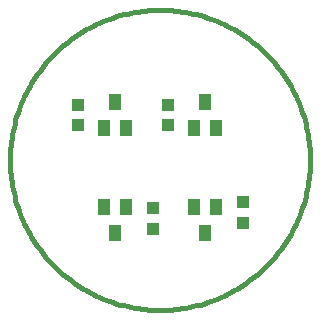
<source format=gtp>
G75*
%MOIN*%
%OFA0B0*%
%FSLAX25Y25*%
%IPPOS*%
%LPD*%
%AMOC8*
5,1,8,0,0,1.08239X$1,22.5*
%
%ADD10C,0.01600*%
%ADD11R,0.03937X0.05512*%
%ADD12R,0.03937X0.04331*%
D10*
X0046300Y0091300D02*
X0046315Y0092527D01*
X0046360Y0093753D01*
X0046435Y0094978D01*
X0046541Y0096201D01*
X0046676Y0097421D01*
X0046841Y0098637D01*
X0047036Y0099848D01*
X0047261Y0101055D01*
X0047515Y0102255D01*
X0047798Y0103449D01*
X0048111Y0104636D01*
X0048453Y0105814D01*
X0048824Y0106984D01*
X0049223Y0108144D01*
X0049650Y0109295D01*
X0050106Y0110434D01*
X0050590Y0111562D01*
X0051101Y0112678D01*
X0051639Y0113781D01*
X0052204Y0114870D01*
X0052796Y0115945D01*
X0053414Y0117005D01*
X0054057Y0118050D01*
X0054727Y0119079D01*
X0055421Y0120090D01*
X0056140Y0121085D01*
X0056883Y0122062D01*
X0057649Y0123020D01*
X0058440Y0123959D01*
X0059252Y0124878D01*
X0060088Y0125777D01*
X0060945Y0126655D01*
X0061823Y0127512D01*
X0062722Y0128348D01*
X0063641Y0129160D01*
X0064580Y0129951D01*
X0065538Y0130717D01*
X0066515Y0131460D01*
X0067510Y0132179D01*
X0068521Y0132873D01*
X0069550Y0133543D01*
X0070595Y0134186D01*
X0071655Y0134804D01*
X0072730Y0135396D01*
X0073819Y0135961D01*
X0074922Y0136499D01*
X0076038Y0137010D01*
X0077166Y0137494D01*
X0078305Y0137950D01*
X0079456Y0138377D01*
X0080616Y0138776D01*
X0081786Y0139147D01*
X0082964Y0139489D01*
X0084151Y0139802D01*
X0085345Y0140085D01*
X0086545Y0140339D01*
X0087752Y0140564D01*
X0088963Y0140759D01*
X0090179Y0140924D01*
X0091399Y0141059D01*
X0092622Y0141165D01*
X0093847Y0141240D01*
X0095073Y0141285D01*
X0096300Y0141300D01*
X0097527Y0141285D01*
X0098753Y0141240D01*
X0099978Y0141165D01*
X0101201Y0141059D01*
X0102421Y0140924D01*
X0103637Y0140759D01*
X0104848Y0140564D01*
X0106055Y0140339D01*
X0107255Y0140085D01*
X0108449Y0139802D01*
X0109636Y0139489D01*
X0110814Y0139147D01*
X0111984Y0138776D01*
X0113144Y0138377D01*
X0114295Y0137950D01*
X0115434Y0137494D01*
X0116562Y0137010D01*
X0117678Y0136499D01*
X0118781Y0135961D01*
X0119870Y0135396D01*
X0120945Y0134804D01*
X0122005Y0134186D01*
X0123050Y0133543D01*
X0124079Y0132873D01*
X0125090Y0132179D01*
X0126085Y0131460D01*
X0127062Y0130717D01*
X0128020Y0129951D01*
X0128959Y0129160D01*
X0129878Y0128348D01*
X0130777Y0127512D01*
X0131655Y0126655D01*
X0132512Y0125777D01*
X0133348Y0124878D01*
X0134160Y0123959D01*
X0134951Y0123020D01*
X0135717Y0122062D01*
X0136460Y0121085D01*
X0137179Y0120090D01*
X0137873Y0119079D01*
X0138543Y0118050D01*
X0139186Y0117005D01*
X0139804Y0115945D01*
X0140396Y0114870D01*
X0140961Y0113781D01*
X0141499Y0112678D01*
X0142010Y0111562D01*
X0142494Y0110434D01*
X0142950Y0109295D01*
X0143377Y0108144D01*
X0143776Y0106984D01*
X0144147Y0105814D01*
X0144489Y0104636D01*
X0144802Y0103449D01*
X0145085Y0102255D01*
X0145339Y0101055D01*
X0145564Y0099848D01*
X0145759Y0098637D01*
X0145924Y0097421D01*
X0146059Y0096201D01*
X0146165Y0094978D01*
X0146240Y0093753D01*
X0146285Y0092527D01*
X0146300Y0091300D01*
X0146285Y0090073D01*
X0146240Y0088847D01*
X0146165Y0087622D01*
X0146059Y0086399D01*
X0145924Y0085179D01*
X0145759Y0083963D01*
X0145564Y0082752D01*
X0145339Y0081545D01*
X0145085Y0080345D01*
X0144802Y0079151D01*
X0144489Y0077964D01*
X0144147Y0076786D01*
X0143776Y0075616D01*
X0143377Y0074456D01*
X0142950Y0073305D01*
X0142494Y0072166D01*
X0142010Y0071038D01*
X0141499Y0069922D01*
X0140961Y0068819D01*
X0140396Y0067730D01*
X0139804Y0066655D01*
X0139186Y0065595D01*
X0138543Y0064550D01*
X0137873Y0063521D01*
X0137179Y0062510D01*
X0136460Y0061515D01*
X0135717Y0060538D01*
X0134951Y0059580D01*
X0134160Y0058641D01*
X0133348Y0057722D01*
X0132512Y0056823D01*
X0131655Y0055945D01*
X0130777Y0055088D01*
X0129878Y0054252D01*
X0128959Y0053440D01*
X0128020Y0052649D01*
X0127062Y0051883D01*
X0126085Y0051140D01*
X0125090Y0050421D01*
X0124079Y0049727D01*
X0123050Y0049057D01*
X0122005Y0048414D01*
X0120945Y0047796D01*
X0119870Y0047204D01*
X0118781Y0046639D01*
X0117678Y0046101D01*
X0116562Y0045590D01*
X0115434Y0045106D01*
X0114295Y0044650D01*
X0113144Y0044223D01*
X0111984Y0043824D01*
X0110814Y0043453D01*
X0109636Y0043111D01*
X0108449Y0042798D01*
X0107255Y0042515D01*
X0106055Y0042261D01*
X0104848Y0042036D01*
X0103637Y0041841D01*
X0102421Y0041676D01*
X0101201Y0041541D01*
X0099978Y0041435D01*
X0098753Y0041360D01*
X0097527Y0041315D01*
X0096300Y0041300D01*
X0095073Y0041315D01*
X0093847Y0041360D01*
X0092622Y0041435D01*
X0091399Y0041541D01*
X0090179Y0041676D01*
X0088963Y0041841D01*
X0087752Y0042036D01*
X0086545Y0042261D01*
X0085345Y0042515D01*
X0084151Y0042798D01*
X0082964Y0043111D01*
X0081786Y0043453D01*
X0080616Y0043824D01*
X0079456Y0044223D01*
X0078305Y0044650D01*
X0077166Y0045106D01*
X0076038Y0045590D01*
X0074922Y0046101D01*
X0073819Y0046639D01*
X0072730Y0047204D01*
X0071655Y0047796D01*
X0070595Y0048414D01*
X0069550Y0049057D01*
X0068521Y0049727D01*
X0067510Y0050421D01*
X0066515Y0051140D01*
X0065538Y0051883D01*
X0064580Y0052649D01*
X0063641Y0053440D01*
X0062722Y0054252D01*
X0061823Y0055088D01*
X0060945Y0055945D01*
X0060088Y0056823D01*
X0059252Y0057722D01*
X0058440Y0058641D01*
X0057649Y0059580D01*
X0056883Y0060538D01*
X0056140Y0061515D01*
X0055421Y0062510D01*
X0054727Y0063521D01*
X0054057Y0064550D01*
X0053414Y0065595D01*
X0052796Y0066655D01*
X0052204Y0067730D01*
X0051639Y0068819D01*
X0051101Y0069922D01*
X0050590Y0071038D01*
X0050106Y0072166D01*
X0049650Y0073305D01*
X0049223Y0074456D01*
X0048824Y0075616D01*
X0048453Y0076786D01*
X0048111Y0077964D01*
X0047798Y0079151D01*
X0047515Y0080345D01*
X0047261Y0081545D01*
X0047036Y0082752D01*
X0046841Y0083963D01*
X0046676Y0085179D01*
X0046541Y0086399D01*
X0046435Y0087622D01*
X0046360Y0088847D01*
X0046315Y0090073D01*
X0046300Y0091300D01*
D11*
X0081300Y0066969D03*
X0077560Y0075631D03*
X0085040Y0075631D03*
X0107560Y0075631D03*
X0115040Y0075631D03*
X0111300Y0066969D03*
X0107560Y0101969D03*
X0115040Y0101969D03*
X0111300Y0110631D03*
X0085040Y0101969D03*
X0077560Y0101969D03*
X0081300Y0110631D03*
D12*
X0068800Y0109646D03*
X0068800Y0102954D03*
X0098800Y0102954D03*
X0098800Y0109646D03*
X0123800Y0077146D03*
X0123800Y0070454D03*
X0093800Y0068454D03*
X0093800Y0075146D03*
M02*

</source>
